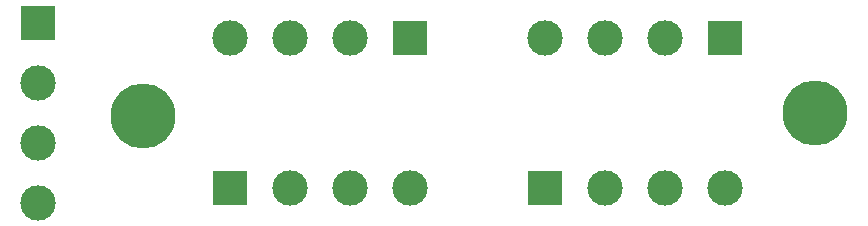
<source format=gbr>
%TF.GenerationSoftware,KiCad,Pcbnew,(7.0.0)*%
%TF.CreationDate,2023-04-10T16:26:54+12:00*%
%TF.ProjectId,can_expansion_hub,63616e5f-6578-4706-916e-73696f6e5f68,rev?*%
%TF.SameCoordinates,Original*%
%TF.FileFunction,Soldermask,Top*%
%TF.FilePolarity,Negative*%
%FSLAX46Y46*%
G04 Gerber Fmt 4.6, Leading zero omitted, Abs format (unit mm)*
G04 Created by KiCad (PCBNEW (7.0.0)) date 2023-04-10 16:26:54*
%MOMM*%
%LPD*%
G01*
G04 APERTURE LIST*
%ADD10C,5.500000*%
%ADD11R,3.000000X3.000000*%
%ADD12C,3.000000*%
G04 APERTURE END LIST*
D10*
%TO.C,REF\u002A\u002A*%
X90170000Y-101854000D03*
%TD*%
D11*
%TO.C,J3*%
X139445999Y-95249999D03*
D12*
X134366000Y-95250000D03*
X129286000Y-95250000D03*
X124206000Y-95250000D03*
%TD*%
D11*
%TO.C,J2*%
X112775999Y-95249999D03*
D12*
X107696000Y-95250000D03*
X102616000Y-95250000D03*
X97536000Y-95250000D03*
%TD*%
D11*
%TO.C,J5*%
X124205999Y-107949999D03*
D12*
X129286000Y-107950000D03*
X134366000Y-107950000D03*
X139446000Y-107950000D03*
%TD*%
D11*
%TO.C,J4*%
X97485199Y-107975399D03*
D12*
X102565200Y-107975400D03*
X107645200Y-107975400D03*
X112725200Y-107975400D03*
%TD*%
D10*
%TO.C,REF\u002A\u002A*%
X147066000Y-101600000D03*
%TD*%
D11*
%TO.C,J1*%
X81279999Y-93979999D03*
D12*
X81280000Y-99060000D03*
X81280000Y-104140000D03*
X81280000Y-109220000D03*
%TD*%
M02*

</source>
